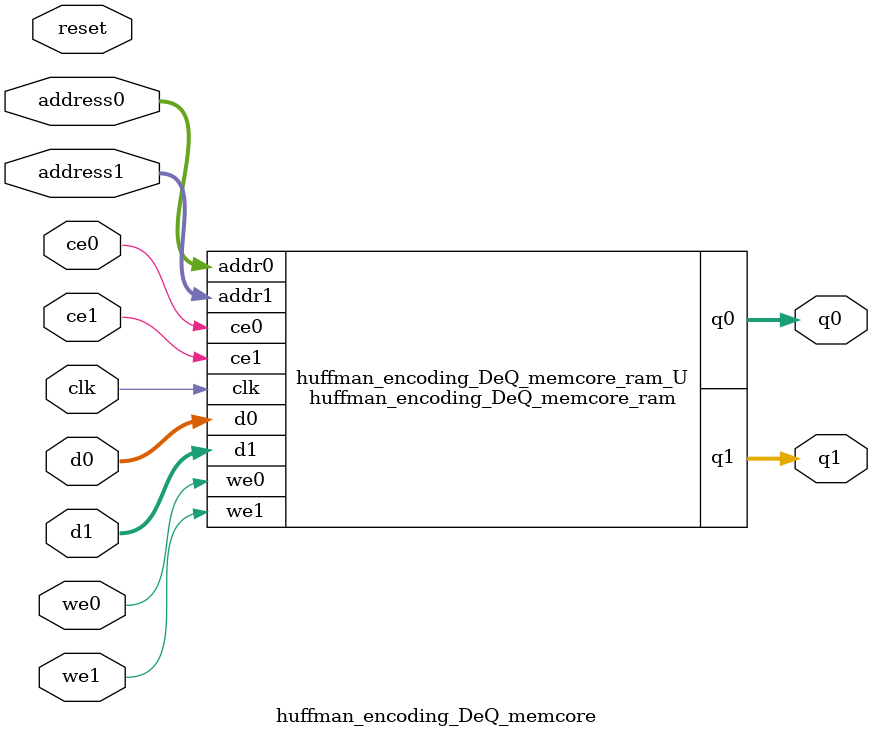
<source format=v>
`timescale 1 ns / 1 ps
module huffman_encoding_DeQ_memcore_ram (addr0, ce0, d0, we0, q0, addr1, ce1, d1, we1, q1,  clk);

parameter DWIDTH = 5;
parameter AWIDTH = 9;
parameter MEM_SIZE = 512;

input[AWIDTH-1:0] addr0;
input ce0;
input[DWIDTH-1:0] d0;
input we0;
output reg[DWIDTH-1:0] q0;
input[AWIDTH-1:0] addr1;
input ce1;
input[DWIDTH-1:0] d1;
input we1;
output reg[DWIDTH-1:0] q1;
input clk;

(* ram_style = "block" *)reg [DWIDTH-1:0] ram[0:MEM_SIZE-1];




always @(posedge clk)  
begin 
    if (ce0) begin
        if (we0) 
            ram[addr0] <= d0; 
        q0 <= ram[addr0];
    end
end


always @(posedge clk)  
begin 
    if (ce1) begin
        if (we1) 
            ram[addr1] <= d1; 
        q1 <= ram[addr1];
    end
end


endmodule

`timescale 1 ns / 1 ps
module huffman_encoding_DeQ_memcore(
    reset,
    clk,
    address0,
    ce0,
    we0,
    d0,
    q0,
    address1,
    ce1,
    we1,
    d1,
    q1);

parameter DataWidth = 32'd5;
parameter AddressRange = 32'd512;
parameter AddressWidth = 32'd9;
input reset;
input clk;
input[AddressWidth - 1:0] address0;
input ce0;
input we0;
input[DataWidth - 1:0] d0;
output[DataWidth - 1:0] q0;
input[AddressWidth - 1:0] address1;
input ce1;
input we1;
input[DataWidth - 1:0] d1;
output[DataWidth - 1:0] q1;



huffman_encoding_DeQ_memcore_ram huffman_encoding_DeQ_memcore_ram_U(
    .clk( clk ),
    .addr0( address0 ),
    .ce0( ce0 ),
    .we0( we0 ),
    .d0( d0 ),
    .q0( q0 ),
    .addr1( address1 ),
    .ce1( ce1 ),
    .we1( we1 ),
    .d1( d1 ),
    .q1( q1 ));

endmodule


</source>
